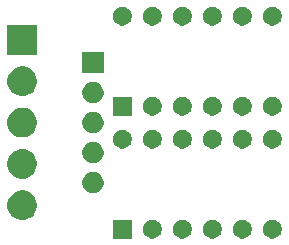
<source format=gbr>
G04 #@! TF.GenerationSoftware,KiCad,Pcbnew,5.1.5+dfsg1-2build2*
G04 #@! TF.CreationDate,2021-11-16T18:40:55-05:00*
G04 #@! TF.ProjectId,028INCH_8DIGIT,30323849-4e43-4485-9f38-44494749542e,rev?*
G04 #@! TF.SameCoordinates,Original*
G04 #@! TF.FileFunction,Soldermask,Top*
G04 #@! TF.FilePolarity,Negative*
%FSLAX46Y46*%
G04 Gerber Fmt 4.6, Leading zero omitted, Abs format (unit mm)*
G04 Created by KiCad (PCBNEW 5.1.5+dfsg1-2build2) date 2021-11-16 18:40:55*
%MOMM*%
%LPD*%
G04 APERTURE LIST*
%ADD10C,0.100000*%
G04 APERTURE END LIST*
D10*
G36*
X128071642Y-118749781D02*
G01*
X128217414Y-118810162D01*
X128217416Y-118810163D01*
X128348608Y-118897822D01*
X128460178Y-119009392D01*
X128547837Y-119140584D01*
X128547838Y-119140586D01*
X128608219Y-119286358D01*
X128639000Y-119441107D01*
X128639000Y-119598893D01*
X128608219Y-119753642D01*
X128547838Y-119899414D01*
X128547837Y-119899416D01*
X128460178Y-120030608D01*
X128348608Y-120142178D01*
X128217416Y-120229837D01*
X128217415Y-120229838D01*
X128217414Y-120229838D01*
X128071642Y-120290219D01*
X127916893Y-120321000D01*
X127759107Y-120321000D01*
X127604358Y-120290219D01*
X127458586Y-120229838D01*
X127458585Y-120229838D01*
X127458584Y-120229837D01*
X127327392Y-120142178D01*
X127215822Y-120030608D01*
X127128163Y-119899416D01*
X127128162Y-119899414D01*
X127067781Y-119753642D01*
X127037000Y-119598893D01*
X127037000Y-119441107D01*
X127067781Y-119286358D01*
X127128162Y-119140586D01*
X127128163Y-119140584D01*
X127215822Y-119009392D01*
X127327392Y-118897822D01*
X127458584Y-118810163D01*
X127458586Y-118810162D01*
X127604358Y-118749781D01*
X127759107Y-118719000D01*
X127916893Y-118719000D01*
X128071642Y-118749781D01*
G37*
G36*
X125531642Y-118749781D02*
G01*
X125677414Y-118810162D01*
X125677416Y-118810163D01*
X125808608Y-118897822D01*
X125920178Y-119009392D01*
X126007837Y-119140584D01*
X126007838Y-119140586D01*
X126068219Y-119286358D01*
X126099000Y-119441107D01*
X126099000Y-119598893D01*
X126068219Y-119753642D01*
X126007838Y-119899414D01*
X126007837Y-119899416D01*
X125920178Y-120030608D01*
X125808608Y-120142178D01*
X125677416Y-120229837D01*
X125677415Y-120229838D01*
X125677414Y-120229838D01*
X125531642Y-120290219D01*
X125376893Y-120321000D01*
X125219107Y-120321000D01*
X125064358Y-120290219D01*
X124918586Y-120229838D01*
X124918585Y-120229838D01*
X124918584Y-120229837D01*
X124787392Y-120142178D01*
X124675822Y-120030608D01*
X124588163Y-119899416D01*
X124588162Y-119899414D01*
X124527781Y-119753642D01*
X124497000Y-119598893D01*
X124497000Y-119441107D01*
X124527781Y-119286358D01*
X124588162Y-119140586D01*
X124588163Y-119140584D01*
X124675822Y-119009392D01*
X124787392Y-118897822D01*
X124918584Y-118810163D01*
X124918586Y-118810162D01*
X125064358Y-118749781D01*
X125219107Y-118719000D01*
X125376893Y-118719000D01*
X125531642Y-118749781D01*
G37*
G36*
X115939000Y-120321000D02*
G01*
X114337000Y-120321000D01*
X114337000Y-118719000D01*
X115939000Y-118719000D01*
X115939000Y-120321000D01*
G37*
G36*
X117911642Y-118749781D02*
G01*
X118057414Y-118810162D01*
X118057416Y-118810163D01*
X118188608Y-118897822D01*
X118300178Y-119009392D01*
X118387837Y-119140584D01*
X118387838Y-119140586D01*
X118448219Y-119286358D01*
X118479000Y-119441107D01*
X118479000Y-119598893D01*
X118448219Y-119753642D01*
X118387838Y-119899414D01*
X118387837Y-119899416D01*
X118300178Y-120030608D01*
X118188608Y-120142178D01*
X118057416Y-120229837D01*
X118057415Y-120229838D01*
X118057414Y-120229838D01*
X117911642Y-120290219D01*
X117756893Y-120321000D01*
X117599107Y-120321000D01*
X117444358Y-120290219D01*
X117298586Y-120229838D01*
X117298585Y-120229838D01*
X117298584Y-120229837D01*
X117167392Y-120142178D01*
X117055822Y-120030608D01*
X116968163Y-119899416D01*
X116968162Y-119899414D01*
X116907781Y-119753642D01*
X116877000Y-119598893D01*
X116877000Y-119441107D01*
X116907781Y-119286358D01*
X116968162Y-119140586D01*
X116968163Y-119140584D01*
X117055822Y-119009392D01*
X117167392Y-118897822D01*
X117298584Y-118810163D01*
X117298586Y-118810162D01*
X117444358Y-118749781D01*
X117599107Y-118719000D01*
X117756893Y-118719000D01*
X117911642Y-118749781D01*
G37*
G36*
X120451642Y-118749781D02*
G01*
X120597414Y-118810162D01*
X120597416Y-118810163D01*
X120728608Y-118897822D01*
X120840178Y-119009392D01*
X120927837Y-119140584D01*
X120927838Y-119140586D01*
X120988219Y-119286358D01*
X121019000Y-119441107D01*
X121019000Y-119598893D01*
X120988219Y-119753642D01*
X120927838Y-119899414D01*
X120927837Y-119899416D01*
X120840178Y-120030608D01*
X120728608Y-120142178D01*
X120597416Y-120229837D01*
X120597415Y-120229838D01*
X120597414Y-120229838D01*
X120451642Y-120290219D01*
X120296893Y-120321000D01*
X120139107Y-120321000D01*
X119984358Y-120290219D01*
X119838586Y-120229838D01*
X119838585Y-120229838D01*
X119838584Y-120229837D01*
X119707392Y-120142178D01*
X119595822Y-120030608D01*
X119508163Y-119899416D01*
X119508162Y-119899414D01*
X119447781Y-119753642D01*
X119417000Y-119598893D01*
X119417000Y-119441107D01*
X119447781Y-119286358D01*
X119508162Y-119140586D01*
X119508163Y-119140584D01*
X119595822Y-119009392D01*
X119707392Y-118897822D01*
X119838584Y-118810163D01*
X119838586Y-118810162D01*
X119984358Y-118749781D01*
X120139107Y-118719000D01*
X120296893Y-118719000D01*
X120451642Y-118749781D01*
G37*
G36*
X122991642Y-118749781D02*
G01*
X123137414Y-118810162D01*
X123137416Y-118810163D01*
X123268608Y-118897822D01*
X123380178Y-119009392D01*
X123467837Y-119140584D01*
X123467838Y-119140586D01*
X123528219Y-119286358D01*
X123559000Y-119441107D01*
X123559000Y-119598893D01*
X123528219Y-119753642D01*
X123467838Y-119899414D01*
X123467837Y-119899416D01*
X123380178Y-120030608D01*
X123268608Y-120142178D01*
X123137416Y-120229837D01*
X123137415Y-120229838D01*
X123137414Y-120229838D01*
X122991642Y-120290219D01*
X122836893Y-120321000D01*
X122679107Y-120321000D01*
X122524358Y-120290219D01*
X122378586Y-120229838D01*
X122378585Y-120229838D01*
X122378584Y-120229837D01*
X122247392Y-120142178D01*
X122135822Y-120030608D01*
X122048163Y-119899416D01*
X122048162Y-119899414D01*
X121987781Y-119753642D01*
X121957000Y-119598893D01*
X121957000Y-119441107D01*
X121987781Y-119286358D01*
X122048162Y-119140586D01*
X122048163Y-119140584D01*
X122135822Y-119009392D01*
X122247392Y-118897822D01*
X122378584Y-118810163D01*
X122378586Y-118810162D01*
X122524358Y-118749781D01*
X122679107Y-118719000D01*
X122836893Y-118719000D01*
X122991642Y-118749781D01*
G37*
G36*
X107031903Y-116297075D02*
G01*
X107228375Y-116378456D01*
X107259571Y-116391378D01*
X107464466Y-116528285D01*
X107638715Y-116702534D01*
X107775622Y-116907429D01*
X107869925Y-117135097D01*
X107918000Y-117376787D01*
X107918000Y-117623213D01*
X107869925Y-117864903D01*
X107775622Y-118092571D01*
X107638715Y-118297466D01*
X107464466Y-118471715D01*
X107259571Y-118608622D01*
X107259570Y-118608623D01*
X107259569Y-118608623D01*
X107031903Y-118702925D01*
X106790214Y-118751000D01*
X106543786Y-118751000D01*
X106302097Y-118702925D01*
X106074431Y-118608623D01*
X106074430Y-118608623D01*
X106074429Y-118608622D01*
X105869534Y-118471715D01*
X105695285Y-118297466D01*
X105558378Y-118092571D01*
X105464075Y-117864903D01*
X105416000Y-117623213D01*
X105416000Y-117376787D01*
X105464075Y-117135097D01*
X105558378Y-116907429D01*
X105695285Y-116702534D01*
X105869534Y-116528285D01*
X106074429Y-116391378D01*
X106105626Y-116378456D01*
X106302097Y-116297075D01*
X106543786Y-116249000D01*
X106790214Y-116249000D01*
X107031903Y-116297075D01*
G37*
G36*
X112762512Y-114683927D02*
G01*
X112911812Y-114713624D01*
X113075784Y-114781544D01*
X113223354Y-114880147D01*
X113348853Y-115005646D01*
X113447456Y-115153216D01*
X113515376Y-115317188D01*
X113550000Y-115491259D01*
X113550000Y-115668741D01*
X113515376Y-115842812D01*
X113447456Y-116006784D01*
X113348853Y-116154354D01*
X113223354Y-116279853D01*
X113075784Y-116378456D01*
X112911812Y-116446376D01*
X112762512Y-116476073D01*
X112737742Y-116481000D01*
X112560258Y-116481000D01*
X112535488Y-116476073D01*
X112386188Y-116446376D01*
X112222216Y-116378456D01*
X112074646Y-116279853D01*
X111949147Y-116154354D01*
X111850544Y-116006784D01*
X111782624Y-115842812D01*
X111748000Y-115668741D01*
X111748000Y-115491259D01*
X111782624Y-115317188D01*
X111850544Y-115153216D01*
X111949147Y-115005646D01*
X112074646Y-114880147D01*
X112222216Y-114781544D01*
X112386188Y-114713624D01*
X112535488Y-114683927D01*
X112560258Y-114679000D01*
X112737742Y-114679000D01*
X112762512Y-114683927D01*
G37*
G36*
X106931924Y-112777188D02*
G01*
X107031903Y-112797075D01*
X107259571Y-112891378D01*
X107464466Y-113028285D01*
X107638715Y-113202534D01*
X107775622Y-113407429D01*
X107869925Y-113635097D01*
X107918000Y-113876787D01*
X107918000Y-114123213D01*
X107869925Y-114364903D01*
X107775622Y-114592571D01*
X107638715Y-114797466D01*
X107464466Y-114971715D01*
X107259571Y-115108622D01*
X107259570Y-115108623D01*
X107259569Y-115108623D01*
X107031903Y-115202925D01*
X106790214Y-115251000D01*
X106543786Y-115251000D01*
X106302097Y-115202925D01*
X106074431Y-115108623D01*
X106074430Y-115108623D01*
X106074429Y-115108622D01*
X105869534Y-114971715D01*
X105695285Y-114797466D01*
X105558378Y-114592571D01*
X105464075Y-114364903D01*
X105416000Y-114123213D01*
X105416000Y-113876787D01*
X105464075Y-113635097D01*
X105558378Y-113407429D01*
X105695285Y-113202534D01*
X105869534Y-113028285D01*
X106074429Y-112891378D01*
X106302097Y-112797075D01*
X106402076Y-112777188D01*
X106543786Y-112749000D01*
X106790214Y-112749000D01*
X106931924Y-112777188D01*
G37*
G36*
X112762512Y-112143927D02*
G01*
X112911812Y-112173624D01*
X113075784Y-112241544D01*
X113223354Y-112340147D01*
X113348853Y-112465646D01*
X113447456Y-112613216D01*
X113515376Y-112777188D01*
X113550000Y-112951259D01*
X113550000Y-113128741D01*
X113515376Y-113302812D01*
X113447456Y-113466784D01*
X113348853Y-113614354D01*
X113223354Y-113739853D01*
X113075784Y-113838456D01*
X112911812Y-113906376D01*
X112762512Y-113936073D01*
X112737742Y-113941000D01*
X112560258Y-113941000D01*
X112535488Y-113936073D01*
X112386188Y-113906376D01*
X112222216Y-113838456D01*
X112074646Y-113739853D01*
X111949147Y-113614354D01*
X111850544Y-113466784D01*
X111782624Y-113302812D01*
X111748000Y-113128741D01*
X111748000Y-112951259D01*
X111782624Y-112777188D01*
X111850544Y-112613216D01*
X111949147Y-112465646D01*
X112074646Y-112340147D01*
X112222216Y-112241544D01*
X112386188Y-112173624D01*
X112535488Y-112143927D01*
X112560258Y-112139000D01*
X112737742Y-112139000D01*
X112762512Y-112143927D01*
G37*
G36*
X128071642Y-111129781D02*
G01*
X128217414Y-111190162D01*
X128217416Y-111190163D01*
X128348608Y-111277822D01*
X128460178Y-111389392D01*
X128547837Y-111520584D01*
X128547838Y-111520586D01*
X128608219Y-111666358D01*
X128639000Y-111821107D01*
X128639000Y-111978893D01*
X128608219Y-112133642D01*
X128591657Y-112173625D01*
X128547837Y-112279416D01*
X128460178Y-112410608D01*
X128348608Y-112522178D01*
X128217416Y-112609837D01*
X128217415Y-112609838D01*
X128217414Y-112609838D01*
X128071642Y-112670219D01*
X127916893Y-112701000D01*
X127759107Y-112701000D01*
X127604358Y-112670219D01*
X127458586Y-112609838D01*
X127458585Y-112609838D01*
X127458584Y-112609837D01*
X127327392Y-112522178D01*
X127215822Y-112410608D01*
X127128163Y-112279416D01*
X127084343Y-112173625D01*
X127067781Y-112133642D01*
X127037000Y-111978893D01*
X127037000Y-111821107D01*
X127067781Y-111666358D01*
X127128162Y-111520586D01*
X127128163Y-111520584D01*
X127215822Y-111389392D01*
X127327392Y-111277822D01*
X127458584Y-111190163D01*
X127458586Y-111190162D01*
X127604358Y-111129781D01*
X127759107Y-111099000D01*
X127916893Y-111099000D01*
X128071642Y-111129781D01*
G37*
G36*
X125531642Y-111129781D02*
G01*
X125677414Y-111190162D01*
X125677416Y-111190163D01*
X125808608Y-111277822D01*
X125920178Y-111389392D01*
X126007837Y-111520584D01*
X126007838Y-111520586D01*
X126068219Y-111666358D01*
X126099000Y-111821107D01*
X126099000Y-111978893D01*
X126068219Y-112133642D01*
X126051657Y-112173625D01*
X126007837Y-112279416D01*
X125920178Y-112410608D01*
X125808608Y-112522178D01*
X125677416Y-112609837D01*
X125677415Y-112609838D01*
X125677414Y-112609838D01*
X125531642Y-112670219D01*
X125376893Y-112701000D01*
X125219107Y-112701000D01*
X125064358Y-112670219D01*
X124918586Y-112609838D01*
X124918585Y-112609838D01*
X124918584Y-112609837D01*
X124787392Y-112522178D01*
X124675822Y-112410608D01*
X124588163Y-112279416D01*
X124544343Y-112173625D01*
X124527781Y-112133642D01*
X124497000Y-111978893D01*
X124497000Y-111821107D01*
X124527781Y-111666358D01*
X124588162Y-111520586D01*
X124588163Y-111520584D01*
X124675822Y-111389392D01*
X124787392Y-111277822D01*
X124918584Y-111190163D01*
X124918586Y-111190162D01*
X125064358Y-111129781D01*
X125219107Y-111099000D01*
X125376893Y-111099000D01*
X125531642Y-111129781D01*
G37*
G36*
X115371642Y-111129781D02*
G01*
X115517414Y-111190162D01*
X115517416Y-111190163D01*
X115648608Y-111277822D01*
X115760178Y-111389392D01*
X115847837Y-111520584D01*
X115847838Y-111520586D01*
X115908219Y-111666358D01*
X115939000Y-111821107D01*
X115939000Y-111978893D01*
X115908219Y-112133642D01*
X115891657Y-112173625D01*
X115847837Y-112279416D01*
X115760178Y-112410608D01*
X115648608Y-112522178D01*
X115517416Y-112609837D01*
X115517415Y-112609838D01*
X115517414Y-112609838D01*
X115371642Y-112670219D01*
X115216893Y-112701000D01*
X115059107Y-112701000D01*
X114904358Y-112670219D01*
X114758586Y-112609838D01*
X114758585Y-112609838D01*
X114758584Y-112609837D01*
X114627392Y-112522178D01*
X114515822Y-112410608D01*
X114428163Y-112279416D01*
X114384343Y-112173625D01*
X114367781Y-112133642D01*
X114337000Y-111978893D01*
X114337000Y-111821107D01*
X114367781Y-111666358D01*
X114428162Y-111520586D01*
X114428163Y-111520584D01*
X114515822Y-111389392D01*
X114627392Y-111277822D01*
X114758584Y-111190163D01*
X114758586Y-111190162D01*
X114904358Y-111129781D01*
X115059107Y-111099000D01*
X115216893Y-111099000D01*
X115371642Y-111129781D01*
G37*
G36*
X117911642Y-111129781D02*
G01*
X118057414Y-111190162D01*
X118057416Y-111190163D01*
X118188608Y-111277822D01*
X118300178Y-111389392D01*
X118387837Y-111520584D01*
X118387838Y-111520586D01*
X118448219Y-111666358D01*
X118479000Y-111821107D01*
X118479000Y-111978893D01*
X118448219Y-112133642D01*
X118431657Y-112173625D01*
X118387837Y-112279416D01*
X118300178Y-112410608D01*
X118188608Y-112522178D01*
X118057416Y-112609837D01*
X118057415Y-112609838D01*
X118057414Y-112609838D01*
X117911642Y-112670219D01*
X117756893Y-112701000D01*
X117599107Y-112701000D01*
X117444358Y-112670219D01*
X117298586Y-112609838D01*
X117298585Y-112609838D01*
X117298584Y-112609837D01*
X117167392Y-112522178D01*
X117055822Y-112410608D01*
X116968163Y-112279416D01*
X116924343Y-112173625D01*
X116907781Y-112133642D01*
X116877000Y-111978893D01*
X116877000Y-111821107D01*
X116907781Y-111666358D01*
X116968162Y-111520586D01*
X116968163Y-111520584D01*
X117055822Y-111389392D01*
X117167392Y-111277822D01*
X117298584Y-111190163D01*
X117298586Y-111190162D01*
X117444358Y-111129781D01*
X117599107Y-111099000D01*
X117756893Y-111099000D01*
X117911642Y-111129781D01*
G37*
G36*
X120451642Y-111129781D02*
G01*
X120597414Y-111190162D01*
X120597416Y-111190163D01*
X120728608Y-111277822D01*
X120840178Y-111389392D01*
X120927837Y-111520584D01*
X120927838Y-111520586D01*
X120988219Y-111666358D01*
X121019000Y-111821107D01*
X121019000Y-111978893D01*
X120988219Y-112133642D01*
X120971657Y-112173625D01*
X120927837Y-112279416D01*
X120840178Y-112410608D01*
X120728608Y-112522178D01*
X120597416Y-112609837D01*
X120597415Y-112609838D01*
X120597414Y-112609838D01*
X120451642Y-112670219D01*
X120296893Y-112701000D01*
X120139107Y-112701000D01*
X119984358Y-112670219D01*
X119838586Y-112609838D01*
X119838585Y-112609838D01*
X119838584Y-112609837D01*
X119707392Y-112522178D01*
X119595822Y-112410608D01*
X119508163Y-112279416D01*
X119464343Y-112173625D01*
X119447781Y-112133642D01*
X119417000Y-111978893D01*
X119417000Y-111821107D01*
X119447781Y-111666358D01*
X119508162Y-111520586D01*
X119508163Y-111520584D01*
X119595822Y-111389392D01*
X119707392Y-111277822D01*
X119838584Y-111190163D01*
X119838586Y-111190162D01*
X119984358Y-111129781D01*
X120139107Y-111099000D01*
X120296893Y-111099000D01*
X120451642Y-111129781D01*
G37*
G36*
X122991642Y-111129781D02*
G01*
X123137414Y-111190162D01*
X123137416Y-111190163D01*
X123268608Y-111277822D01*
X123380178Y-111389392D01*
X123467837Y-111520584D01*
X123467838Y-111520586D01*
X123528219Y-111666358D01*
X123559000Y-111821107D01*
X123559000Y-111978893D01*
X123528219Y-112133642D01*
X123511657Y-112173625D01*
X123467837Y-112279416D01*
X123380178Y-112410608D01*
X123268608Y-112522178D01*
X123137416Y-112609837D01*
X123137415Y-112609838D01*
X123137414Y-112609838D01*
X122991642Y-112670219D01*
X122836893Y-112701000D01*
X122679107Y-112701000D01*
X122524358Y-112670219D01*
X122378586Y-112609838D01*
X122378585Y-112609838D01*
X122378584Y-112609837D01*
X122247392Y-112522178D01*
X122135822Y-112410608D01*
X122048163Y-112279416D01*
X122004343Y-112173625D01*
X121987781Y-112133642D01*
X121957000Y-111978893D01*
X121957000Y-111821107D01*
X121987781Y-111666358D01*
X122048162Y-111520586D01*
X122048163Y-111520584D01*
X122135822Y-111389392D01*
X122247392Y-111277822D01*
X122378584Y-111190163D01*
X122378586Y-111190162D01*
X122524358Y-111129781D01*
X122679107Y-111099000D01*
X122836893Y-111099000D01*
X122991642Y-111129781D01*
G37*
G36*
X107031903Y-109297075D02*
G01*
X107259571Y-109391378D01*
X107464466Y-109528285D01*
X107638715Y-109702534D01*
X107775622Y-109907429D01*
X107869925Y-110135097D01*
X107918000Y-110376787D01*
X107918000Y-110623213D01*
X107869925Y-110864903D01*
X107775622Y-111092571D01*
X107638715Y-111297466D01*
X107464466Y-111471715D01*
X107259571Y-111608622D01*
X107259570Y-111608623D01*
X107259569Y-111608623D01*
X107031903Y-111702925D01*
X106790214Y-111751000D01*
X106543786Y-111751000D01*
X106302097Y-111702925D01*
X106074431Y-111608623D01*
X106074430Y-111608623D01*
X106074429Y-111608622D01*
X105869534Y-111471715D01*
X105695285Y-111297466D01*
X105558378Y-111092571D01*
X105464075Y-110864903D01*
X105416000Y-110623213D01*
X105416000Y-110376787D01*
X105464075Y-110135097D01*
X105558378Y-109907429D01*
X105695285Y-109702534D01*
X105869534Y-109528285D01*
X106074429Y-109391378D01*
X106302097Y-109297075D01*
X106543786Y-109249000D01*
X106790214Y-109249000D01*
X107031903Y-109297075D01*
G37*
G36*
X112762512Y-109603927D02*
G01*
X112911812Y-109633624D01*
X113075784Y-109701544D01*
X113223354Y-109800147D01*
X113348853Y-109925646D01*
X113447456Y-110073216D01*
X113515376Y-110237188D01*
X113550000Y-110411259D01*
X113550000Y-110588741D01*
X113515376Y-110762812D01*
X113447456Y-110926784D01*
X113348853Y-111074354D01*
X113223354Y-111199853D01*
X113075784Y-111298456D01*
X112911812Y-111366376D01*
X112762512Y-111396073D01*
X112737742Y-111401000D01*
X112560258Y-111401000D01*
X112535488Y-111396073D01*
X112386188Y-111366376D01*
X112222216Y-111298456D01*
X112074646Y-111199853D01*
X111949147Y-111074354D01*
X111850544Y-110926784D01*
X111782624Y-110762812D01*
X111748000Y-110588741D01*
X111748000Y-110411259D01*
X111782624Y-110237188D01*
X111850544Y-110073216D01*
X111949147Y-109925646D01*
X112074646Y-109800147D01*
X112222216Y-109701544D01*
X112386188Y-109633624D01*
X112535488Y-109603927D01*
X112560258Y-109599000D01*
X112737742Y-109599000D01*
X112762512Y-109603927D01*
G37*
G36*
X115939000Y-109901000D02*
G01*
X114337000Y-109901000D01*
X114337000Y-108299000D01*
X115939000Y-108299000D01*
X115939000Y-109901000D01*
G37*
G36*
X128071642Y-108329781D02*
G01*
X128217414Y-108390162D01*
X128217416Y-108390163D01*
X128348608Y-108477822D01*
X128460178Y-108589392D01*
X128507257Y-108659852D01*
X128547838Y-108720586D01*
X128608219Y-108866358D01*
X128639000Y-109021107D01*
X128639000Y-109178893D01*
X128608219Y-109333642D01*
X128547838Y-109479414D01*
X128547837Y-109479416D01*
X128460178Y-109610608D01*
X128348608Y-109722178D01*
X128217416Y-109809837D01*
X128217415Y-109809838D01*
X128217414Y-109809838D01*
X128071642Y-109870219D01*
X127916893Y-109901000D01*
X127759107Y-109901000D01*
X127604358Y-109870219D01*
X127458586Y-109809838D01*
X127458585Y-109809838D01*
X127458584Y-109809837D01*
X127327392Y-109722178D01*
X127215822Y-109610608D01*
X127128163Y-109479416D01*
X127128162Y-109479414D01*
X127067781Y-109333642D01*
X127037000Y-109178893D01*
X127037000Y-109021107D01*
X127067781Y-108866358D01*
X127128162Y-108720586D01*
X127168743Y-108659852D01*
X127215822Y-108589392D01*
X127327392Y-108477822D01*
X127458584Y-108390163D01*
X127458586Y-108390162D01*
X127604358Y-108329781D01*
X127759107Y-108299000D01*
X127916893Y-108299000D01*
X128071642Y-108329781D01*
G37*
G36*
X122991642Y-108329781D02*
G01*
X123137414Y-108390162D01*
X123137416Y-108390163D01*
X123268608Y-108477822D01*
X123380178Y-108589392D01*
X123427257Y-108659852D01*
X123467838Y-108720586D01*
X123528219Y-108866358D01*
X123559000Y-109021107D01*
X123559000Y-109178893D01*
X123528219Y-109333642D01*
X123467838Y-109479414D01*
X123467837Y-109479416D01*
X123380178Y-109610608D01*
X123268608Y-109722178D01*
X123137416Y-109809837D01*
X123137415Y-109809838D01*
X123137414Y-109809838D01*
X122991642Y-109870219D01*
X122836893Y-109901000D01*
X122679107Y-109901000D01*
X122524358Y-109870219D01*
X122378586Y-109809838D01*
X122378585Y-109809838D01*
X122378584Y-109809837D01*
X122247392Y-109722178D01*
X122135822Y-109610608D01*
X122048163Y-109479416D01*
X122048162Y-109479414D01*
X121987781Y-109333642D01*
X121957000Y-109178893D01*
X121957000Y-109021107D01*
X121987781Y-108866358D01*
X122048162Y-108720586D01*
X122088743Y-108659852D01*
X122135822Y-108589392D01*
X122247392Y-108477822D01*
X122378584Y-108390163D01*
X122378586Y-108390162D01*
X122524358Y-108329781D01*
X122679107Y-108299000D01*
X122836893Y-108299000D01*
X122991642Y-108329781D01*
G37*
G36*
X117911642Y-108329781D02*
G01*
X118057414Y-108390162D01*
X118057416Y-108390163D01*
X118188608Y-108477822D01*
X118300178Y-108589392D01*
X118347257Y-108659852D01*
X118387838Y-108720586D01*
X118448219Y-108866358D01*
X118479000Y-109021107D01*
X118479000Y-109178893D01*
X118448219Y-109333642D01*
X118387838Y-109479414D01*
X118387837Y-109479416D01*
X118300178Y-109610608D01*
X118188608Y-109722178D01*
X118057416Y-109809837D01*
X118057415Y-109809838D01*
X118057414Y-109809838D01*
X117911642Y-109870219D01*
X117756893Y-109901000D01*
X117599107Y-109901000D01*
X117444358Y-109870219D01*
X117298586Y-109809838D01*
X117298585Y-109809838D01*
X117298584Y-109809837D01*
X117167392Y-109722178D01*
X117055822Y-109610608D01*
X116968163Y-109479416D01*
X116968162Y-109479414D01*
X116907781Y-109333642D01*
X116877000Y-109178893D01*
X116877000Y-109021107D01*
X116907781Y-108866358D01*
X116968162Y-108720586D01*
X117008743Y-108659852D01*
X117055822Y-108589392D01*
X117167392Y-108477822D01*
X117298584Y-108390163D01*
X117298586Y-108390162D01*
X117444358Y-108329781D01*
X117599107Y-108299000D01*
X117756893Y-108299000D01*
X117911642Y-108329781D01*
G37*
G36*
X120451642Y-108329781D02*
G01*
X120597414Y-108390162D01*
X120597416Y-108390163D01*
X120728608Y-108477822D01*
X120840178Y-108589392D01*
X120887257Y-108659852D01*
X120927838Y-108720586D01*
X120988219Y-108866358D01*
X121019000Y-109021107D01*
X121019000Y-109178893D01*
X120988219Y-109333642D01*
X120927838Y-109479414D01*
X120927837Y-109479416D01*
X120840178Y-109610608D01*
X120728608Y-109722178D01*
X120597416Y-109809837D01*
X120597415Y-109809838D01*
X120597414Y-109809838D01*
X120451642Y-109870219D01*
X120296893Y-109901000D01*
X120139107Y-109901000D01*
X119984358Y-109870219D01*
X119838586Y-109809838D01*
X119838585Y-109809838D01*
X119838584Y-109809837D01*
X119707392Y-109722178D01*
X119595822Y-109610608D01*
X119508163Y-109479416D01*
X119508162Y-109479414D01*
X119447781Y-109333642D01*
X119417000Y-109178893D01*
X119417000Y-109021107D01*
X119447781Y-108866358D01*
X119508162Y-108720586D01*
X119548743Y-108659852D01*
X119595822Y-108589392D01*
X119707392Y-108477822D01*
X119838584Y-108390163D01*
X119838586Y-108390162D01*
X119984358Y-108329781D01*
X120139107Y-108299000D01*
X120296893Y-108299000D01*
X120451642Y-108329781D01*
G37*
G36*
X125531642Y-108329781D02*
G01*
X125677414Y-108390162D01*
X125677416Y-108390163D01*
X125808608Y-108477822D01*
X125920178Y-108589392D01*
X125967257Y-108659852D01*
X126007838Y-108720586D01*
X126068219Y-108866358D01*
X126099000Y-109021107D01*
X126099000Y-109178893D01*
X126068219Y-109333642D01*
X126007838Y-109479414D01*
X126007837Y-109479416D01*
X125920178Y-109610608D01*
X125808608Y-109722178D01*
X125677416Y-109809837D01*
X125677415Y-109809838D01*
X125677414Y-109809838D01*
X125531642Y-109870219D01*
X125376893Y-109901000D01*
X125219107Y-109901000D01*
X125064358Y-109870219D01*
X124918586Y-109809838D01*
X124918585Y-109809838D01*
X124918584Y-109809837D01*
X124787392Y-109722178D01*
X124675822Y-109610608D01*
X124588163Y-109479416D01*
X124588162Y-109479414D01*
X124527781Y-109333642D01*
X124497000Y-109178893D01*
X124497000Y-109021107D01*
X124527781Y-108866358D01*
X124588162Y-108720586D01*
X124628743Y-108659852D01*
X124675822Y-108589392D01*
X124787392Y-108477822D01*
X124918584Y-108390163D01*
X124918586Y-108390162D01*
X125064358Y-108329781D01*
X125219107Y-108299000D01*
X125376893Y-108299000D01*
X125531642Y-108329781D01*
G37*
G36*
X112762512Y-107063927D02*
G01*
X112911812Y-107093624D01*
X113075784Y-107161544D01*
X113223354Y-107260147D01*
X113348853Y-107385646D01*
X113447456Y-107533216D01*
X113515376Y-107697188D01*
X113550000Y-107871259D01*
X113550000Y-108048741D01*
X113515376Y-108222812D01*
X113447456Y-108386784D01*
X113348853Y-108534354D01*
X113223354Y-108659853D01*
X113075784Y-108758456D01*
X112911812Y-108826376D01*
X112762512Y-108856073D01*
X112737742Y-108861000D01*
X112560258Y-108861000D01*
X112535488Y-108856073D01*
X112386188Y-108826376D01*
X112222216Y-108758456D01*
X112074646Y-108659853D01*
X111949147Y-108534354D01*
X111850544Y-108386784D01*
X111782624Y-108222812D01*
X111748000Y-108048741D01*
X111748000Y-107871259D01*
X111782624Y-107697188D01*
X111850544Y-107533216D01*
X111949147Y-107385646D01*
X112074646Y-107260147D01*
X112222216Y-107161544D01*
X112386188Y-107093624D01*
X112535488Y-107063927D01*
X112560258Y-107059000D01*
X112737742Y-107059000D01*
X112762512Y-107063927D01*
G37*
G36*
X107031903Y-105797075D02*
G01*
X107259571Y-105891378D01*
X107464466Y-106028285D01*
X107638715Y-106202534D01*
X107775622Y-106407429D01*
X107869925Y-106635097D01*
X107918000Y-106876787D01*
X107918000Y-107123213D01*
X107869925Y-107364903D01*
X107775622Y-107592571D01*
X107638715Y-107797466D01*
X107464466Y-107971715D01*
X107259571Y-108108622D01*
X107259570Y-108108623D01*
X107259569Y-108108623D01*
X107031903Y-108202925D01*
X106790214Y-108251000D01*
X106543786Y-108251000D01*
X106302097Y-108202925D01*
X106074431Y-108108623D01*
X106074430Y-108108623D01*
X106074429Y-108108622D01*
X105869534Y-107971715D01*
X105695285Y-107797466D01*
X105558378Y-107592571D01*
X105464075Y-107364903D01*
X105416000Y-107123213D01*
X105416000Y-106876787D01*
X105464075Y-106635097D01*
X105558378Y-106407429D01*
X105695285Y-106202534D01*
X105869534Y-106028285D01*
X106074429Y-105891378D01*
X106302097Y-105797075D01*
X106543786Y-105749000D01*
X106790214Y-105749000D01*
X107031903Y-105797075D01*
G37*
G36*
X113550000Y-106321000D02*
G01*
X111748000Y-106321000D01*
X111748000Y-104519000D01*
X113550000Y-104519000D01*
X113550000Y-106321000D01*
G37*
G36*
X107918000Y-104751000D02*
G01*
X105416000Y-104751000D01*
X105416000Y-102249000D01*
X107918000Y-102249000D01*
X107918000Y-104751000D01*
G37*
G36*
X128071642Y-100709781D02*
G01*
X128217414Y-100770162D01*
X128217416Y-100770163D01*
X128348608Y-100857822D01*
X128460178Y-100969392D01*
X128547837Y-101100584D01*
X128547838Y-101100586D01*
X128608219Y-101246358D01*
X128639000Y-101401107D01*
X128639000Y-101558893D01*
X128608219Y-101713642D01*
X128547838Y-101859414D01*
X128547837Y-101859416D01*
X128460178Y-101990608D01*
X128348608Y-102102178D01*
X128217416Y-102189837D01*
X128217415Y-102189838D01*
X128217414Y-102189838D01*
X128071642Y-102250219D01*
X127916893Y-102281000D01*
X127759107Y-102281000D01*
X127604358Y-102250219D01*
X127458586Y-102189838D01*
X127458585Y-102189838D01*
X127458584Y-102189837D01*
X127327392Y-102102178D01*
X127215822Y-101990608D01*
X127128163Y-101859416D01*
X127128162Y-101859414D01*
X127067781Y-101713642D01*
X127037000Y-101558893D01*
X127037000Y-101401107D01*
X127067781Y-101246358D01*
X127128162Y-101100586D01*
X127128163Y-101100584D01*
X127215822Y-100969392D01*
X127327392Y-100857822D01*
X127458584Y-100770163D01*
X127458586Y-100770162D01*
X127604358Y-100709781D01*
X127759107Y-100679000D01*
X127916893Y-100679000D01*
X128071642Y-100709781D01*
G37*
G36*
X125531642Y-100709781D02*
G01*
X125677414Y-100770162D01*
X125677416Y-100770163D01*
X125808608Y-100857822D01*
X125920178Y-100969392D01*
X126007837Y-101100584D01*
X126007838Y-101100586D01*
X126068219Y-101246358D01*
X126099000Y-101401107D01*
X126099000Y-101558893D01*
X126068219Y-101713642D01*
X126007838Y-101859414D01*
X126007837Y-101859416D01*
X125920178Y-101990608D01*
X125808608Y-102102178D01*
X125677416Y-102189837D01*
X125677415Y-102189838D01*
X125677414Y-102189838D01*
X125531642Y-102250219D01*
X125376893Y-102281000D01*
X125219107Y-102281000D01*
X125064358Y-102250219D01*
X124918586Y-102189838D01*
X124918585Y-102189838D01*
X124918584Y-102189837D01*
X124787392Y-102102178D01*
X124675822Y-101990608D01*
X124588163Y-101859416D01*
X124588162Y-101859414D01*
X124527781Y-101713642D01*
X124497000Y-101558893D01*
X124497000Y-101401107D01*
X124527781Y-101246358D01*
X124588162Y-101100586D01*
X124588163Y-101100584D01*
X124675822Y-100969392D01*
X124787392Y-100857822D01*
X124918584Y-100770163D01*
X124918586Y-100770162D01*
X125064358Y-100709781D01*
X125219107Y-100679000D01*
X125376893Y-100679000D01*
X125531642Y-100709781D01*
G37*
G36*
X122991642Y-100709781D02*
G01*
X123137414Y-100770162D01*
X123137416Y-100770163D01*
X123268608Y-100857822D01*
X123380178Y-100969392D01*
X123467837Y-101100584D01*
X123467838Y-101100586D01*
X123528219Y-101246358D01*
X123559000Y-101401107D01*
X123559000Y-101558893D01*
X123528219Y-101713642D01*
X123467838Y-101859414D01*
X123467837Y-101859416D01*
X123380178Y-101990608D01*
X123268608Y-102102178D01*
X123137416Y-102189837D01*
X123137415Y-102189838D01*
X123137414Y-102189838D01*
X122991642Y-102250219D01*
X122836893Y-102281000D01*
X122679107Y-102281000D01*
X122524358Y-102250219D01*
X122378586Y-102189838D01*
X122378585Y-102189838D01*
X122378584Y-102189837D01*
X122247392Y-102102178D01*
X122135822Y-101990608D01*
X122048163Y-101859416D01*
X122048162Y-101859414D01*
X121987781Y-101713642D01*
X121957000Y-101558893D01*
X121957000Y-101401107D01*
X121987781Y-101246358D01*
X122048162Y-101100586D01*
X122048163Y-101100584D01*
X122135822Y-100969392D01*
X122247392Y-100857822D01*
X122378584Y-100770163D01*
X122378586Y-100770162D01*
X122524358Y-100709781D01*
X122679107Y-100679000D01*
X122836893Y-100679000D01*
X122991642Y-100709781D01*
G37*
G36*
X120451642Y-100709781D02*
G01*
X120597414Y-100770162D01*
X120597416Y-100770163D01*
X120728608Y-100857822D01*
X120840178Y-100969392D01*
X120927837Y-101100584D01*
X120927838Y-101100586D01*
X120988219Y-101246358D01*
X121019000Y-101401107D01*
X121019000Y-101558893D01*
X120988219Y-101713642D01*
X120927838Y-101859414D01*
X120927837Y-101859416D01*
X120840178Y-101990608D01*
X120728608Y-102102178D01*
X120597416Y-102189837D01*
X120597415Y-102189838D01*
X120597414Y-102189838D01*
X120451642Y-102250219D01*
X120296893Y-102281000D01*
X120139107Y-102281000D01*
X119984358Y-102250219D01*
X119838586Y-102189838D01*
X119838585Y-102189838D01*
X119838584Y-102189837D01*
X119707392Y-102102178D01*
X119595822Y-101990608D01*
X119508163Y-101859416D01*
X119508162Y-101859414D01*
X119447781Y-101713642D01*
X119417000Y-101558893D01*
X119417000Y-101401107D01*
X119447781Y-101246358D01*
X119508162Y-101100586D01*
X119508163Y-101100584D01*
X119595822Y-100969392D01*
X119707392Y-100857822D01*
X119838584Y-100770163D01*
X119838586Y-100770162D01*
X119984358Y-100709781D01*
X120139107Y-100679000D01*
X120296893Y-100679000D01*
X120451642Y-100709781D01*
G37*
G36*
X117911642Y-100709781D02*
G01*
X118057414Y-100770162D01*
X118057416Y-100770163D01*
X118188608Y-100857822D01*
X118300178Y-100969392D01*
X118387837Y-101100584D01*
X118387838Y-101100586D01*
X118448219Y-101246358D01*
X118479000Y-101401107D01*
X118479000Y-101558893D01*
X118448219Y-101713642D01*
X118387838Y-101859414D01*
X118387837Y-101859416D01*
X118300178Y-101990608D01*
X118188608Y-102102178D01*
X118057416Y-102189837D01*
X118057415Y-102189838D01*
X118057414Y-102189838D01*
X117911642Y-102250219D01*
X117756893Y-102281000D01*
X117599107Y-102281000D01*
X117444358Y-102250219D01*
X117298586Y-102189838D01*
X117298585Y-102189838D01*
X117298584Y-102189837D01*
X117167392Y-102102178D01*
X117055822Y-101990608D01*
X116968163Y-101859416D01*
X116968162Y-101859414D01*
X116907781Y-101713642D01*
X116877000Y-101558893D01*
X116877000Y-101401107D01*
X116907781Y-101246358D01*
X116968162Y-101100586D01*
X116968163Y-101100584D01*
X117055822Y-100969392D01*
X117167392Y-100857822D01*
X117298584Y-100770163D01*
X117298586Y-100770162D01*
X117444358Y-100709781D01*
X117599107Y-100679000D01*
X117756893Y-100679000D01*
X117911642Y-100709781D01*
G37*
G36*
X115371642Y-100709781D02*
G01*
X115517414Y-100770162D01*
X115517416Y-100770163D01*
X115648608Y-100857822D01*
X115760178Y-100969392D01*
X115847837Y-101100584D01*
X115847838Y-101100586D01*
X115908219Y-101246358D01*
X115939000Y-101401107D01*
X115939000Y-101558893D01*
X115908219Y-101713642D01*
X115847838Y-101859414D01*
X115847837Y-101859416D01*
X115760178Y-101990608D01*
X115648608Y-102102178D01*
X115517416Y-102189837D01*
X115517415Y-102189838D01*
X115517414Y-102189838D01*
X115371642Y-102250219D01*
X115216893Y-102281000D01*
X115059107Y-102281000D01*
X114904358Y-102250219D01*
X114758586Y-102189838D01*
X114758585Y-102189838D01*
X114758584Y-102189837D01*
X114627392Y-102102178D01*
X114515822Y-101990608D01*
X114428163Y-101859416D01*
X114428162Y-101859414D01*
X114367781Y-101713642D01*
X114337000Y-101558893D01*
X114337000Y-101401107D01*
X114367781Y-101246358D01*
X114428162Y-101100586D01*
X114428163Y-101100584D01*
X114515822Y-100969392D01*
X114627392Y-100857822D01*
X114758584Y-100770163D01*
X114758586Y-100770162D01*
X114904358Y-100709781D01*
X115059107Y-100679000D01*
X115216893Y-100679000D01*
X115371642Y-100709781D01*
G37*
M02*

</source>
